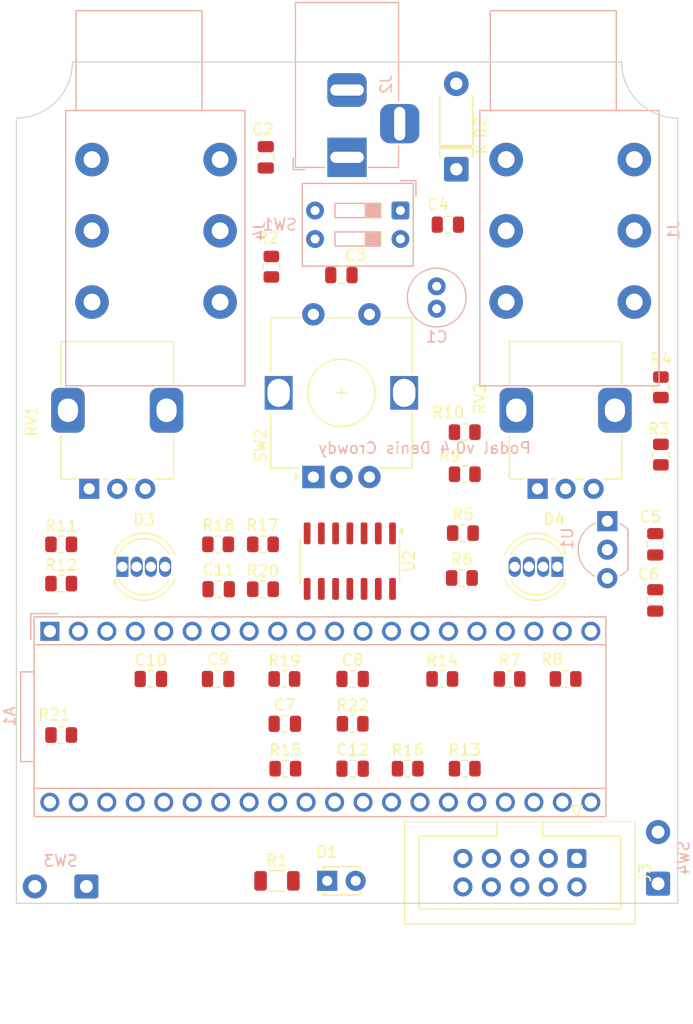
<source format=kicad_pcb>
(kicad_pcb (version 20241229) (generator "pcbnew") (generator_version "9.0")
  (title_block (date "2025-06-09") (rev "0.4"))
  (layers (0 "F.Cu" signal) (2 "B.Cu" signal) (13 "F.Paste" user) (15 "B.Paste" user) (5 "F.SilkS" user "F.Silkscreen") (7 "B.SilkS" user "B.Silkscreen") (1 "F.Mask" user) (3 "B.Mask" user) (25 "Edge.Cuts" user))
  (net 0 "")
  (net 14 "/ENC_CLICK")
  (net 16 "/Left in")
  (net 18 "/Left out")
  (net 19 "/Right out")
  (net 20 "GND")
  (net 21 "/3v3")
  (net 22 "Net-(A1-ADC_0)")
  (net 24 "/LED_2_R")
  (net 25 "/LED_1_B")
  (net 26 "/LED_1_G")
  (net 27 "/LED_1_R")
  (net 28 "Net-(A1-ADC_6)")
  (net 30 "/LED_2_B")
  (net 31 "/LED_2_G")
  (net 32 "/ENC_B")
  (net 33 "/ENC_A")
  (net 34 "Net-(A1-SAI2_FS)")
  (net 35 "Net-(A1-SAI2_SCK)")
  (net 39 "/VCC")
  (net 40 "+5V")
  (net 41 "Net-(D1-A)")
  (net 42 "Net-(D3-RK)")
  (net 43 "Net-(D3-GK)")
  (net 44 "Net-(D3-BK)")
  (net 45 "Net-(D4-RK)")
  (net 46 "Net-(D4-GK)")
  (net 47 "Net-(D4-BK)")
  (net 48 "Net-(C10-Pad1)")
  (net 49 "Net-(D2-A)")
  (net 50 "/fsw3")
  (net 51 "/fsw1")
  (net 52 "/fsw2")
  (net 53 "/fsw7")
  (net 54 "/fsw6")
  (net 55 "/fsw4")
  (net 57 "/fsw8")
  (net 58 "/fsw9")
  (net 59 "Net-(U2A-+)")
  (net 60 "Net-(C3-Pad1)")
  (net 61 "Net-(C7-Pad2)")
  (net 62 "Net-(U2B-+)")
  (net 63 "Net-(U2C-+)")
  (net 64 "Net-(C11-Pad1)")
  (net 65 "Net-(C12-Pad1)")
  (net 68 "Net-(U2D-+)")
  (net 69 "Net-(U2B--)")
  (net 70 "Net-(U2C--)")
  (net 71 "Net-(U2D--)")
  (footprint "Diode_THT:D_DO-41_SOD81_P7.62mm_Horizontal" (layer "F.Cu") (at 137.25 44.56 90)
    (property "Reference" "D2" (at 3.714955 2.160433 90) (layer "F.SilkS"))
    (property "Value" "1N5819")
    (fp_text user "K" (at 1.81 2.25 90) (layer "F.SilkS"))
    (pad "1" thru_hole roundrect (at 0 0 90) (size 2.2 2.2) (drill 1.1) (layers "*.Cu" "*.Mask") (roundrect_rratio 0.113636) (net 39 "/VCC"))
    (pad "2" thru_hole circle (at 7.62 0 90) (size 2.2 2.2) (drill 1.1) (layers "*.Cu" "*.Mask") (net 49 "Net-(D2-A)"))
  )
  (footprint "LED_THT:LED_D5.0mm-4_RGB" (layer "F.Cu") (at 107.46 80)
    (property "Reference" "D3" (at 1.933813 -4.202707 0) (layer "F.SilkS"))
    (property "Value" "LED_RAGB")
    (pad "1" thru_hole rect (at 0 0) (size 1.07 1.8) (drill 0.9) (layers "*.Cu" "*.Mask") (net 42 "Net-(D3-RK)"))
    (pad "2" thru_hole oval (at 1.27 0) (size 1.07 1.8) (drill 0.9) (layers "*.Cu" "*.Mask") (net 21 "/3v3"))
    (pad "3" thru_hole oval (at 2.54 0) (size 1.07 1.8) (drill 0.9) (layers "*.Cu" "*.Mask") (net 43 "Net-(D3-GK)"))
    (pad "4" thru_hole oval (at 3.81 0) (size 1.07 1.8) (drill 0.9) (layers "*.Cu" "*.Mask") (net 44 "Net-(D3-BK)"))
  )
  (footprint "Resistor_SMD:R_0805_2012Metric" (layer "F.Cu") (at 121.9125 90)
    (property "Reference" "R19" (at 0 -1.65 0) (layer "F.SilkS"))
    (property "Value" "100R")
    (pad "1" smd roundrect (at -0.9125 0) (size 1.025 1.4) (layers "F.Cu" "F.Mask" "F.Paste") (roundrect_rratio 0.243902) (net 69 "Net-(U2B--)"))
    (pad "2" smd roundrect (at 0.9125 0) (size 1.025 1.4) (layers "F.Cu" "F.Mask" "F.Paste") (roundrect_rratio 0.243902) (net 65 "Net-(C12-Pad1)"))
  )
  (footprint "Resistor_SMD:R_0805_2012Metric" (layer "F.Cu") (at 122 98)
    (property "Reference" "R15" (at 0 -1.65 0) (layer "F.SilkS"))
    (property "Value" "1k")
    (pad "1" smd roundrect (at -0.9125 0) (size 1.025 1.4) (layers "F.Cu" "F.Mask" "F.Paste") (roundrect_rratio 0.243902) (net 31 "/LED_2_G"))
    (pad "2" smd roundrect (at 0.9125 0) (size 1.025 1.4) (layers "F.Cu" "F.Mask" "F.Paste") (roundrect_rratio 0.243902) (net 46 "Net-(D4-GK)"))
  )
  (footprint "Capacitor_SMD:C_0805_2012Metric" (layer "F.Cu") (at 116.05 82 180)
    (property "Reference" "C11" (at 0 1.747206 180) (layer "F.SilkS"))
    (property "Value" "1u")
    (pad "1" smd roundrect (at -0.95 0 180) (size 1 1.45) (layers "F.Cu" "F.Mask" "F.Paste") (net 64 "Net-(C11-Pad1)"))
    (pad "2" smd roundrect (at 0.95 0 180) (size 1 1.45) (layers "F.Cu" "F.Mask" "F.Paste") (net 50 "/fsw3"))
  )
  (footprint "Resistor_SMD:R_0805_2012Metric" (layer "F.Cu") (at 155.5 64 90)
    (property "Reference" "R4" (at 2.487938 0 0) (layer "F.SilkS"))
    (property "Value" "1M")
    (pad "1" smd roundrect (at -0.9125 0 90) (size 1.025 1.4) (layers "F.Cu" "F.Mask" "F.Paste") (roundrect_rratio 0.243902) (net 59 "Net-(U2A-+)"))
    (pad "2" smd roundrect (at 0.9125 0 90) (size 1.025 1.4) (layers "F.Cu" "F.Mask" "F.Paste") (roundrect_rratio 0.243902) (net 20 "GND"))
  )
  (footprint "Capacitor_SMD:C_0805_2012Metric" (layer "F.Cu") (at 110 90)
    (property "Reference" "C10" (at 0 -1.68 0) (layer "F.SilkS"))
    (property "Value" "1u")
    (pad "1" smd roundrect (at -0.95 0) (size 1 1.45) (layers "F.Cu" "F.Mask" "F.Paste") (net 48 "Net-(C10-Pad1)"))
    (pad "2" smd roundrect (at 0.95 0) (size 1 1.45) (layers "F.Cu" "F.Mask" "F.Paste") (net 63 "Net-(U2C-+)"))
  )
  (footprint "Capacitor_SMD:C_0805_2012Metric" (layer "F.Cu") (at 128 98)
    (property "Reference" "C12" (at 0 -1.68 0) (layer "F.SilkS"))
    (property "Value" "1u")
    (pad "1" smd roundrect (at -0.95 0) (size 1 1.45) (layers "F.Cu" "F.Mask" "F.Paste") (net 65 "Net-(C12-Pad1)"))
    (pad "2" smd roundrect (at 0.95 0) (size 1 1.45) (layers "F.Cu" "F.Mask" "F.Paste") (net 51 "/fsw1"))
  )
  (footprint "Resistor_SMD:R_0805_2012Metric" (layer "F.Cu") (at 128 94)
    (property "Reference" "R22" (at 0 -1.65 0) (layer "F.SilkS"))
    (property "Value" "100K")
    (pad "1" smd roundrect (at -0.9125 0) (size 1.025 1.4) (layers "F.Cu" "F.Mask" "F.Paste") (roundrect_rratio 0.243902) (net 51 "/fsw1"))
    (pad "2" smd roundrect (at 0.9125 0) (size 1.025 1.4) (layers "F.Cu" "F.Mask" "F.Paste") (roundrect_rratio 0.243902) (net 20 "GND"))
  )
  (footprint "Resistor_SMD:R_0805_2012Metric" (layer "F.Cu") (at 137.8375 77 180)
    (property "Reference" "R5" (at 0 1.659489 180) (layer "F.SilkS"))
    (property "Value" "1M")
    (pad "1" smd roundrect (at -0.9125 0 180) (size 1.025 1.4) (layers "F.Cu" "F.Mask" "F.Paste") (roundrect_rratio 0.243902) (net 40 "+5V"))
    (pad "2" smd roundrect (at 0.9125 0 180) (size 1.025 1.4) (layers "F.Cu" "F.Mask" "F.Paste") (roundrect_rratio 0.243902) (net 68 "Net-(U2D-+)"))
  )
  (footprint "LED_THT:LED_D1.8mm_W3.3mm_H2.4mm" (layer "F.Cu") (at 125.73 108)
    (property "Reference" "D1" (at -0.045795 -2.571741 0) (layer "F.SilkS"))
    (property "Value" "LED")
    (pad "1" thru_hole rect (at 0 0) (size 1.8 1.8) (drill 0.9) (layers "*.Cu" "*.Mask") (net 52 "/fsw2"))
    (pad "2" thru_hole circle (at 2.54 0) (size 1.8 1.8) (drill 0.9) (layers "*.Cu" "*.Mask") (net 41 "Net-(D1-A)"))
  )
  (footprint "Resistor_SMD:R_0805_2012Metric" (layer "F.Cu") (at 102 78)
    (property "Reference" "R11" (at 0 -1.65 0) (layer "F.SilkS"))
    (property "Value" "1k")
    (pad "1" smd roundrect (at -0.9125 0) (size 1.025 1.4) (layers "F.Cu" "F.Mask" "F.Paste") (roundrect_rratio 0.243902) (net 27 "/LED_1_R"))
    (pad "2" smd roundrect (at 0.9125 0) (size 1.025 1.4) (layers "F.Cu" "F.Mask" "F.Paste") (roundrect_rratio 0.243902) (net 42 "Net-(D3-RK)"))
  )
  (footprint "Capacitor_SMD:C_0805_2012Metric" (layer "F.Cu") (at 120.25 43.5 -90)
    (property "Reference" "C2" (at -2.5 0.25 180) (layer "F.SilkS"))
    (property "Value" "100n")
    (pad "1" smd roundrect (at -0.95 0 270) (size 1 1.45) (layers "F.Cu" "F.Mask" "F.Paste") (net 20 "GND"))
    (pad "2" smd roundrect (at 0.95 0 270) (size 1 1.45) (layers "F.Cu" "F.Mask" "F.Paste") (net 39 "/VCC"))
  )
  (footprint "LED_THT:LED_D5.0mm-4_RGB" (layer "F.Cu") (at 146.27 80 180)
    (property "Reference" "D4" (at 0.27 4.25 0) (layer "F.SilkS"))
    (property "Value" "LED_RAGB")
    (pad "1" thru_hole rect (at 0 0 180) (size 1.07 1.8) (drill 0.9) (layers "*.Cu" "*.Mask") (net 45 "Net-(D4-RK)"))
    (pad "2" thru_hole oval (at 1.27 0 180) (size 1.07 1.8) (drill 0.9) (layers "*.Cu" "*.Mask") (net 21 "/3v3"))
    (pad "3" thru_hole oval (at 2.54 0 180) (size 1.07 1.8) (drill 0.9) (layers "*.Cu" "*.Mask") (net 46 "Net-(D4-GK)"))
    (pad "4" thru_hole oval (at 3.81 0 180) (size 1.07 1.8) (drill 0.9) (layers "*.Cu" "*.Mask") (net 47 "Net-(D4-BK)"))
  )
  (footprint "Resistor_SMD:R_0805_2012Metric" (layer "F.Cu") (at 147 90 180)
    (property "Reference" "R8" (at 1.222138 1.727457 0) (layer "F.SilkS"))
    (property "Value" "3.3K")
    (pad "1" smd roundrect (at -0.9125 0 180) (size 1.025 1.4) (layers "F.Cu" "F.Mask" "F.Paste") (roundrect_rratio 0.243902) (net 19 "/Right out"))
    (pad "2" smd roundrect (at 0.9125 0 180) (size 1.025 1.4) (layers "F.Cu" "F.Mask" "F.Paste") (roundrect_rratio 0.243902) (net 48 "Net-(C10-Pad1)"))
  )
  (footprint "Resistor_SMD:R_0805_2012Metric" (layer "F.Cu") (at 138 71.75 180)
    (property "Reference" "R9" (at 1.321291 1.65176 0) (layer "F.SilkS"))
    (property "Value" "1M")
    (pad "1" smd roundrect (at -0.9125 0 180) (size 1.025 1.4) (layers "F.Cu" "F.Mask" "F.Paste") (roundrect_rratio 0.243902) (net 40 "+5V"))
    (pad "2" smd roundrect (at 0.9125 0 180) (size 1.025 1.4) (layers "F.Cu" "F.Mask" "F.Paste") (roundrect_rratio 0.243902) (net 62 "Net-(U2B-+)"))
  )
  (footprint "Resistor_SMD:R_0805_2012Metric" (layer "F.Cu") (at 132.9125 98)
    (property "Reference" "R16" (at 0 -1.65 0) (layer "F.SilkS"))
    (property "Value" "1k")
    (pad "1" smd roundrect (at -0.9125 0) (size 1.025 1.4) (layers "F.Cu" "F.Mask" "F.Paste") (roundrect_rratio 0.243902) (net 30 "/LED_2_B"))
    (pad "2" smd roundrect (at 0.9125 0) (size 1.025 1.4) (layers "F.Cu" "F.Mask" "F.Paste") (roundrect_rratio 0.243902) (net 47 "Net-(D4-BK)"))
  )
  (footprint "Project:Potentiometer_Alps_RK09K_Single_Vertical" (layer "F.Cu") (at 144.5 73.05 90)
    (property "Reference" "RV2" (at 8.05 -5.15 90) (layer "F.SilkS"))
    (property "Value" "Knob 2")
    (pad "1" thru_hole rect (at 0 0 90) (size 1.8 1.8) (drill 1) (layers "*.Cu" "*.Mask") (net 20 "GND"))
    (pad "2" thru_hole circle (at 0 2.5 90) (size 1.8 1.8) (drill 1) (layers "*.Cu" "*.Mask") (net 22 "Net-(A1-ADC_0)"))
    (pad "3" thru_hole circle (at 0 5 90) (size 1.8 1.8) (drill 1) (layers "*.Cu" "*.Mask") (net 21 "/3v3"))
    (pad "MP" thru_hole roundrect (at 7 -1.9 90) (size 4 3) (drill oval 2.1 1.8) (layers "*.Cu" "*.Mask"))
    (pad "MP" thru_hole roundrect (at 7 6.9 90) (size 4 3) (drill oval 2.1 1.8) (layers "*.Cu" "*.Mask"))
  )
  (footprint "Resistor_SMD:R_0805_2012Metric" (layer "F.Cu") (at 137.75 81)
    (property "Reference" "R6" (at 0 -1.65 0) (layer "F.SilkS"))
    (property "Value" "1M")
    (pad "1" smd roundrect (at -0.9125 0) (size 1.025 1.4) (layers "F.Cu" "F.Mask" "F.Paste") (roundrect_rratio 0.243902) (net 68 "Net-(U2D-+)"))
    (pad "2" smd roundrect (at 0.9125 0) (size 1.025 1.4) (layers "F.Cu" "F.Mask" "F.Paste") (roundrect_rratio 0.243902) (net 20 "GND"))
  )
  (footprint "Resistor_SMD:R_0805_2012Metric" (layer "F.Cu") (at 155.5 70 -90)
    (property "Reference" "R3" (at -2.279112 0.183949 0) (layer "F.SilkS"))
    (property "Value" "1M")
    (pad "1" smd roundrect (at -0.9125 0 270) (size 1.025 1.4) (layers "F.Cu" "F.Mask" "F.Paste") (roundrect_rratio 0.243902) (net 40 "+5V"))
    (pad "2" smd roundrect (at 0.9125 0 270) (size 1.025 1.4) (layers "F.Cu" "F.Mask" "F.Paste") (roundrect_rratio 0.243902) (net 59 "Net-(U2A-+)"))
  )
  (footprint "Capacitor_SMD:C_0805_2012Metric" (layer "F.Cu") (at 121.95 94)
    (property "Reference" "C7" (at 0 -1.68 0) (layer "F.SilkS"))
    (property "Value" "2.2nF")
    (pad "1" smd roundrect (at -0.95 0) (size 1 1.45) (layers "F.Cu" "F.Mask" "F.Paste") (net 20 "GND"))
    (pad "2" smd roundrect (at 0.95 0) (size 1 1.45) (layers "F.Cu" "F.Mask" "F.Paste") (net 61 "Net-(C7-Pad2)"))
  )
  (footprint "Resistor_SMD:R_0805_2012Metric" (layer "F.Cu") (at 138 68)
    (property "Reference" "R10" (at -1.486626 -1.757202 0) (layer "F.SilkS"))
    (property "Value" "1M")
    (pad "1" smd roundrect (at -0.9125 0) (size 1.025 1.4) (layers "F.Cu" "F.Mask" "F.Paste") (roundrect_rratio 0.243902) (net 62 "Net-(U2B-+)"))
    (pad "2" smd roundrect (at 0.9125 0) (size 1.025 1.4) (layers "F.Cu" "F.Mask" "F.Paste") (roundrect_rratio 0.243902) (net 20 "GND"))
  )
  (footprint "Project:Potentiometer_Alps_RK09K_Single_Vertical" (layer "F.Cu") (at 104.5 73.05 90)
    (property "Reference" "RV1" (at 6.05 -5.15 90) (layer "F.SilkS"))
    (property "Value" "Knob 1")
    (pad "1" thru_hole rect (at 0 0 90) (size 1.8 1.8) (drill 1) (layers "*.Cu" "*.Mask") (net 20 "GND"))
    (pad "2" thru_hole circle (at 0 2.5 90) (size 1.8 1.8) (drill 1) (layers "*.Cu" "*.Mask") (net 28 "Net-(A1-ADC_6)"))
    (pad "3" thru_hole circle (at 0 5 90) (size 1.8 1.8) (drill 1) (layers "*.Cu" "*.Mask") (net 21 "/3v3"))
    (pad "MP" thru_hole roundrect (at 7 -1.9 90) (size 4 3) (drill oval 2.1 1.8) (layers "*.Cu" "*.Mask"))
    (pad "MP" thru_hole roundrect (at 7 6.9 90) (size 4 3) (drill oval 2.1 1.8) (layers "*.Cu" "*.Mask"))
  )
  (footprint "Resistor_SMD:R_0805_2012Metric" (layer "F.Cu") (at 136 90)
    (property "Reference" "R14" (at 0 -1.65 0) (layer "F.SilkS"))
    (property "Value" "1k")
    (pad "1" smd roundrect (at -0.9125 0) (size 1.025 1.4) (layers "F.Cu" "F.Mask" "F.Paste") (roundrect_rratio 0.243902) (net 24 "/LED_2_R"))
    (pad "2" smd roundrect (at 0.9125 0) (size 1.025 1.4) (layers "F.Cu" "F.Mask" "F.Paste") (roundrect_rratio 0.243902) (net 45 "Net-(D4-RK)"))
  )
  (footprint "Resistor_SMD:R_0805_2012Metric" (layer "F.Cu") (at 102 81.5)
    (property "Reference" "R12" (at 0 -1.65 0) (layer "F.SilkS"))
    (property "Value" "1k")
    (pad "1" smd roundrect (at -0.9125 0) (size 1.025 1.4) (layers "F.Cu" "F.Mask" "F.Paste") (roundrect_rratio 0.243902) (net 26 "/LED_1_G"))
    (pad "2" smd roundrect (at 0.9125 0) (size 1.025 1.4) (layers "F.Cu" "F.Mask" "F.Paste") (roundrect_rratio 0.243902) (net 43 "Net-(D3-GK)"))
  )
  (footprint "Resistor_SMD:R_1206_3216Metric" (layer "F.Cu") (at 121.25 108)
    (property "Reference" "R1" (at 0 -1.83 0) (layer "F.SilkS"))
    (property "Value" "1k")
    (pad "1" smd roundrect (at -1.4625 0) (size 1.125 1.75) (layers "F.Cu" "F.Mask" "F.Paste") (roundrect_rratio 0.222222) (net 49 "Net-(D2-A)"))
    (pad "2" smd roundrect (at 1.4625 0) (size 1.125 1.75) (layers "F.Cu" "F.Mask" "F.Paste") (roundrect_rratio 0.222222) (net 41 "Net-(D1-A)"))
  )
  (footprint "Capacitor_SMD:C_0805_2012Metric" (layer "F.Cu") (at 155 83 -90)
    (property "Reference" "C6" (at -2.322803 0.605627 180) (layer "F.SilkS"))
    (property "Value" "100n")
    (pad "1" smd roundrect (at -0.95 0 270) (size 1 1.45) (layers "F.Cu" "F.Mask" "F.Paste") (net 20 "GND"))
    (pad "2" smd roundrect (at 0.95 0 270) (size 1 1.45) (layers "F.Cu" "F.Mask" "F.Paste") (net 40 "+5V"))
  )
  (footprint "Capacitor_SMD:C_0805_2012Metric" (layer "F.Cu") (at 136.5 49.5 180)
    (property "Reference" "C4" (at 0.85334 1.785787 0) (layer "F.SilkS"))
    (property "Value" "100n")
    (pad "1" smd roundrect (at -0.95 0 180) (size 1 1.45) (layers "F.Cu" "F.Mask" "F.Paste") (net 20 "GND"))
    (pad "2" smd roundrect (at 0.95 0 180) (size 1 1.45) (layers "F.Cu" "F.Mask" "F.Paste") (net 39 "/VCC"))
  )
  (footprint "Project:RotaryEncoder_Alps_EC12E-Switch_Vertical_H20mm" (layer "F.Cu") (at 124.5 72 90)
    (property "Reference" "SW2" (at 2.8 -4.7 90) (layer "F.SilkS"))
    (property "Value" "RotaryEncoder_Switch")
    (pad "A" thru_hole rect (at 0 0 90) (size 2 2) (drill 1) (layers "*.Cu" "*.Mask") (net 33 "/ENC_A"))
    (pad "B" thru_hole circle (at 0 5 90) (size 2 2) (drill 1) (layers "*.Cu" "*.Mask") (net 32 "/ENC_B"))
    (pad "C" thru_hole circle (at 0 2.5 90) (size 2 2) (drill 1) (layers "*.Cu" "*.Mask") (net 20 "GND"))
    (pad "MP" thru_hole rect (at 7.5 -3.1 90) (size 3 2.5) (drill oval 2.5 2) (layers "*.Cu" "*.Mask"))
    (pad "MP" thru_hole rect (at 7.5 8.1 90) (size 3 2.5) (drill oval 2.5 2) (layers "*.Cu" "*.Mask"))
    (pad "S1" thru_hole circle (at 14.5 0 90) (size 2 2) (drill 1) (layers "*.Cu" "*.Mask") (net 20 "GND"))
    (pad "S2" thru_hole circle (at 14.5 5 90) (size 2 2) (drill 1) (layers "*.Cu" "*.Mask") (net 14 "/ENC_CLICK"))
  )
  (footprint "Connector_IDC:IDC-Header_2x05_P2.54mm_Vertical" (layer "F.Cu") (at 148 106 -90)
    (property "Reference" "J3" (at 1.27 -6.1 90) (layer "F.SilkS"))
    (property "Value" "Conn_02x05_Odd_Even_MountingPin")
    (pad "1" thru_hole roundrect (at 0 0 270) (size 1.7 1.7) (drill 1) (layers "*.Cu" "*.Mask") (roundrect_rratio 0.147059) (net 51 "/fsw1"))
    (pad "2" thru_hole circle (at 2.54 0 270) (size 1.7 1.7) (drill 1) (layers "*.Cu" "*.Mask") (net 52 "/fsw2"))
    (pad "3" thru_hole circle (at 0 2.54 270) (size 1.7 1.7) (drill 1) (layers "*.Cu" "*.Mask") (net 50 "/fsw3"))
    (pad "4" thru_hole circle (at 2.54 2.54 270) (size 1.7 1.7) (drill 1) (layers "*.Cu" "*.Mask") (net 55 "/fsw4"))
    (pad "5" thru_hole circle (at 0 5.08 270) (size 1.7 1.7) (drill 1) (layers "*.Cu" "*.Mask") (net 20 "GND"))
    (pad "6" thru_hole circle (at 2.54 5.08 270) (size 1.7 1.7) (drill 1) (layers "*.Cu" "*.Mask") (net 54 "/fsw6"))
    (pad "7" thru_hole circle (at 0 7.62 270) (size 1.7 1.7) (drill 1) (layers "*.Cu" "*.Mask") (net 53 "/fsw7"))
    (pad "8" thru_hole circle (at 2.54 7.62 270) (size 1.7 1.7) (drill 1) (layers "*.Cu" "*.Mask") (net 57 "/fsw8"))
    (pad "9" thru_hole circle (at 0 10.16 270) (size 1.7 1.7) (drill 1) (layers "*.Cu" "*.Mask") (net 58 "/fsw9"))
    (pad "10" thru_hole circle (at 2.54 10.16 270) (size 1.7 1.7) (drill 1) (layers "*.Cu" "*.Mask"))
  )
  (footprint "Capacitor_SMD:C_0805_2012Metric" (layer "F.Cu") (at 116 90 180)
    (property "Reference" "C9" (at 0 1.755051 0) (layer "F.SilkS"))
    (property "Value" "2.2nF")
    (pad "1" smd roundrect (at -0.95 0 180) (size 1 1.45) (layers "F.Cu" "F.Mask" "F.Paste") (net 20 "GND"))
    (pad "2" smd roundrect (at 0.95 0 180) (size 1 1.45) (layers "F.Cu" "F.Mask" "F.Paste") (net 48 "Net-(C10-Pad1)"))
  )
  (footprint "Capacitor_SMD:C_0805_2012Metric" (layer "F.Cu") (at 128 90)
    (property "Reference" "C8" (at 0 -1.68 0) (layer "F.SilkS"))
    (property "Value" "1u")
    (pad "1" smd roundrect (at -0.95 0) (size 1 1.45) (layers "F.Cu" "F.Mask" "F.Paste") (net 61 "Net-(C7-Pad2)"))
    (pad "2" smd roundrect (at 0.95 0) (size 1 1.45) (layers "F.Cu" "F.Mask" "F.Paste") (net 62 "Net-(U2B-+)"))
  )
  (footprint "Resistor_SMD:R_0805_2012Metric" (layer "F.Cu") (at 120.75 53.25 -90)
    (property "Reference" "R2" (at -2.570579 0.305913 0) (layer "F.SilkS"))
    (property "Value" "1M")
    (pad "1" smd roundrect (at -0.9125 0 270) (size 1.025 1.4) (layers "F.Cu" "F.Mask" "F.Paste") (roundrect_rratio 0.243902) (net 60 "Net-(C3-Pad1)"))
    (pad "2" smd roundrect (at 0.9125 0 270) (size 1.025 1.4) (layers "F.Cu" "F.Mask" "F.Paste") (roundrect_rratio 0.243902) (net 20 "GND"))
  )
  (footprint "Resistor_SMD:R_0805_2012Metric" (layer "F.Cu") (at 138 98 180)
    (property "Reference" "R13" (at 0 1.678791 180) (layer "F.SilkS"))
    (property "Value" "1k")
    (pad "1" smd roundrect (at -0.9125 0 180) (size 1.025 1.4) (layers "F.Cu" "F.Mask" "F.Paste") (roundrect_rratio 0.243902) (net 25 "/LED_1_B"))
    (pad "2" smd roundrect (at 0.9125 0 180) (size 1.025 1.4) (layers "F.Cu" "F.Mask" "F.Paste") (roundrect_rratio 0.243902) (net 44 "Net-(D3-BK)"))
  )
  (footprint "Resistor_SMD:R_0805_2012Metric" (layer "F.Cu") (at 120 78 180)
    (property "Reference" "R17" (at 0.052022 1.697118 180) (layer "F.SilkS"))
    (property "Value" "1M")
    (pad "1" smd roundrect (at -0.9125 0 180) (size 1.025 1.4) (layers "F.Cu" "F.Mask" "F.Paste") (roundrect_rratio 0.243902) (net 40 "+5V"))
    (pad "2" smd roundrect (at 0.9125 0 180) (size 1.025 1.4) (layers "F.Cu" "F.Mask" "F.Paste") (roundrect_rratio 0.243902) (net 63 "Net-(U2C-+)"))
  )
  (footprint "Resistor_SMD:R_0805_2012Metric" (layer "F.Cu") (at 102 95 180)
    (property "Reference" "R21" (at 0.598019 1.808735 0) (layer "F.SilkS"))
    (property "Value" "100K")
    (pad "1" smd roundrect (at -0.9125 0 180) (size 1.025 1.4) (layers "F.Cu" "F.Mask" "F.Paste") (roundrect_rratio 0.243902) (net 50 "/fsw3"))
    (pad "2" smd roundrect (at 0.9125 0 180) (size 1.025 1.4) (layers "F.Cu" "F.Mask" "F.Paste") (roundrect_rratio 0.243902) (net 20 "GND"))
  )
  (footprint "Resistor_SMD:R_0805_2012Metric" (layer "F.Cu") (at 120 82 180)
    (property "Reference" "R20" (at 0 1.652408 0) (layer "F.SilkS"))
    (property "Value" "100R")
    (pad "1" smd roundrect (at -0.9125 0 180) (size 1.025 1.4) (layers "F.Cu" "F.Mask" "F.Paste") (roundrect_rratio 0.243902) (net 70 "Net-(U2C--)"))
    (pad "2" smd roundrect (at 0.9125 0 180) (size 1.025 1.4) (layers "F.Cu" "F.Mask" "F.Paste") (roundrect_rratio 0.243902) (net 64 "Net-(C11-Pad1)"))
  )
  (footprint "Resistor_SMD:R_0805_2012Metric" (layer "F.Cu") (at 142 90)
    (property "Reference" "R7" (at 0 -1.65 0) (layer "F.SilkS"))
    (property "Value" "3.3K")
    (pad "1" smd roundrect (at -0.9125 0) (size 1.025 1.4) (layers "F.Cu" "F.Mask" "F.Paste") (roundrect_rratio 0.243902) (net 18 "/Left out"))
    (pad "2" smd roundrect (at 0.9125 0) (size 1.025 1.4) (layers "F.Cu" "F.Mask" "F.Paste") (roundrect_rratio 0.243902) (net 61 "Net-(C7-Pad2)"))
  )
  (footprint "Capacitor_SMD:C_0805_2012Metric" (layer "F.Cu") (at 155 78 90)
    (property "Reference" "C5" (at 2.454098 -0.438302 180) (layer "F.SilkS"))
    (property "Value" "100n")
    (pad "1" smd roundrect (at -0.95 0 90) (size 1 1.45) (layers "F.Cu" "F.Mask" "F.Paste") (net 20 "GND"))
    (pad "2" smd roundrect (at 0.95 0 90) (size 1 1.45) (layers "F.Cu" "F.Mask" "F.Paste") (net 40 "+5V"))
  )
  (footprint "Package_SO:SOIC-14_3.9x8.7mm_P1.27mm" (layer "F.Cu") (at 127.75 79.5 -90)
    (property "Reference" "U2" (at 0 -5.28 270) (layer "F.SilkS"))
    (property "Value" "TL074")
    (pad "1" smd roundrect (at -2.475 -3.81 270) (size 1.95 0.6) (layers "F.Cu" "F.Mask" "F.Paste") (net 16 "/Left in"))
    (pad "2" smd roundrect (at -2.475 -2.54 270) (size 1.95 0.6) (layers "F.Cu" "F.Mask" "F.Paste") (net 16 "/Left in"))
    (pad "3" smd roundrect (at -2.475 -1.27 270) (size 1.95 0.6) (layers "F.Cu" "F.Mask" "F.Paste") (net 59 "Net-(U2A-+)"))
    (pad "4" smd roundrect (at -2.475 0 270) (size 1.95 0.6) (layers "F.Cu" "F.Mask" "F.Paste") (net 40 "+5V"))
    (pad "5" smd roundrect (at -2.475 1.27 270) (size 1.95 0.6) (layers "F.Cu" "F.Mask" "F.Paste") (net 62 "Net-(U2B-+)"))
    (pad "6" smd roundrect (at -2.475 2.54 270) (size 1.95 0.6) (layers "F.Cu" "F.Mask" "F.Paste") (net 69 "Net-(U2B--)"))
    (pad "7" smd roundrect (at -2.475 3.81 270) (size 1.95 0.6) (layers "F.Cu" "F.Mask" "F.Paste") (net 69 "Net-(U2B--)"))
    (pad "8" smd roundrect (at 2.475 3.81 270) (size 1.95 0.6) (layers "F.Cu" "F.Mask" "F.Paste") (net 70 "Net-(U2C--)"))
    (pad "9" smd roundrect (at 2.475 2.54 270) (size 1.95 0.6) (layers "F.Cu" "F.Mask" "F.Paste") (net 70 "Net-(U2C--)"))
    (pad "10" smd roundrect (at 2.475 1.27 270) (size 1.95 0.6) (layers "F.Cu" "F.Mask" "F.Paste") (net 63 "Net-(U2C-+)"))
    (pad "11" smd roundrect (at 2.475 0 270) (size 1.95 0.6) (layers "F.Cu" "F.Mask" "F.Paste") (net 20 "GND"))
    (pad "12" smd roundrect (at 2.475 -1.27 270) (size 1.95 0.6) (layers "F.Cu" "F.Mask" "F.Paste") (net 68 "Net-(U2D-+)"))
    (pad "13" smd roundrect (at 2.475 -2.54 270) (size 1.95 0.6) (layers "F.Cu" "F.Mask" "F.Paste") (net 71 "Net-(U2D--)"))
    (pad "14" smd roundrect (at 2.475 -3.81 270) (size 1.95 0.6) (layers "F.Cu" "F.Mask" "F.Paste") (net 71 "Net-(U2D--)"))
  )
  (footprint "Capacitor_SMD:C_0805_2012Metric" (layer "F.Cu") (at 127 54 180)
    (property "Reference" "C3" (at -1.265981 1.746645 180) (layer "F.SilkS"))
    (property "Value" "1u")
    (pad "1" smd roundrect (at -0.95 0 180) (size 1 1.45) (layers "F.Cu" "F.Mask" "F.Paste") (net 60 "Net-(C3-Pad1)"))
    (pad "2" smd roundrect (at 0.95 0 180) (size 1 1.45) (layers "F.Cu" "F.Mask" "F.Paste") (net 59 "Net-(U2A-+)"))
  )
  (footprint "Resistor_SMD:R_0805_2012Metric" (layer "F.Cu") (at 116 78 180)
    (property "Reference" "R18" (at -0.029666 1.697118 0) (layer "F.SilkS"))
    (property "Value" "1M")
    (pad "1" smd roundrect (at -0.9125 0 180) (size 1.025 1.4) (layers "F.Cu" "F.Mask" "F.Paste") (roundrect_rratio 0.243902) (net 63 "Net-(U2C-+)"))
    (pad "2" smd roundrect (at 0.9125 0 180) (size 1.025 1.4) (layers "F.Cu" "F.Mask" "F.Paste") (roundrect_rratio 0.243902) (net 20 "GND"))
  )
  (footprint "Capacitor_THT:C_Radial_D5.0mm_H11.0mm_P2.00mm" (layer "B.Cu") (at 135.5 55 -90)
    (property "Reference" "C1" (at 4.5 0 180) (layer "B.SilkS") (effects (justify mirror)))
    (property "Value" "100u")
    (pad "1" thru_hole circle (at 0 0 270) (size 1.6 1.6) (drill 0.8) (layers "*.Cu" "*.Mask") (net 39 "/VCC"))
    (pad "2" thru_hole circle (at 2 0 270) (size 1.6 1.6) (drill 0.8) (layers "*.Cu" "*.Mask") (net 20 "GND"))
  )
  (footprint "Library:Jack_6.35mm_Neutrik_NRJ6HF-1-AU_Horizontal" (layer "B.Cu") (at 116.18 56.4 90)
    (property "Reference" "J4" (at 6.35 3.5 270) (layer "B.SilkS") (effects (justify mirror)))
    (property "Value" "Guitar out")
    (pad "" np_thru_hole circle (at 3.15 -2.13 90) (size 3 3) (drill 3) (layers "*.Cu" "*.Mask"))
    (pad "" np_thru_hole circle (at 9.5 -11.43 90) (size 2 2) (drill 2) (layers "*.Cu" "*.Mask"))
    (pad "" np_thru_hole circle (at 9.5 0 90) (size 2 2) (drill 2) (layers "*.Cu" "*.Mask"))
    (pad "G" thru_hole circle (at 12.7 -11.43 90) (size 3 3) (drill 1.5) (layers "*.Cu" "*.Mask"))
    (pad "R" thru_hole circle (at 6.35 0 90) (size 3 3) (drill 1.5) (layers "*.Cu" "*.Mask") (net 54 "/fsw6"))
    (pad "RN" thru_hole circle (at 6.35 -11.43 90) (size 3 3) (drill 1.5) (layers "*.Cu" "*.Mask"))
    (pad "S" thru_hole circle (at 12.7 0 90) (size 3 3) (drill 1.5) (layers "*.Cu" "*.Mask") (net 20 "GND"))
    (pad "T" thru_hole circle (at 0 0 90) (size 3 3) (drill 1.5) (layers "*.Cu" "*.Mask") (net 55 "/fsw4"))
    (pad "TN" thru_hole circle (at 0 -11.43 90) (size 3 3) (drill 1.5) (layers "*.Cu" "*.Mask"))
  )
  (footprint "Library:Electrosmith_Daisy_Seed" (layer "B.Cu") (at 100.99 85.75 -90)
    (property "Reference" "A1" (at 7.62 3.6 90) (layer "B.SilkS") (effects (justify mirror)))
    (property "Value" "Electrosmith_Daisy_Seed_Rev4")
    (pad "1" thru_hole rect (at 0 0 270) (size 1.7 1.7) (drill 1.1) (layers "*.Cu" "*.Mask"))
    (pad "2" thru_hole circle (at 0 -2.54 270) (size 1.7 1.7) (drill 1.1) (layers "*.Cu" "*.Mask"))
    (pad "3" thru_hole circle (at 0 -5.08 270) (size 1.7 1.7) (drill 1.1) (layers "*.Cu" "*.Mask"))
    (pad "4" thru_hole circle (at 0 -7.62 270) (size 1.7 1.7) (drill 1.1) (layers "*.Cu" "*.Mask"))
    (pad "5" thru_hole circle (at 0 -10.16 270) (size 1.7 1.7) (drill 1.1) (layers "*.Cu" "*.Mask"))
    (pad "6" thru_hole circle (at 0 -12.7 270) (size 1.7 1.7) (drill 1.1) (layers "*.Cu" "*.Mask"))
    (pad "7" thru_hole circle (at 0 -15.24 270) (size 1.7 1.7) (drill 1.1) (layers "*.Cu" "*.Mask"))
    (pad "8" thru_hole circle (at 0 -17.78 270) (size 1.7 1.7) (drill 1.1) (layers "*.Cu" "*.Mask"))
    (pad "9" thru_hole circle (at 0 -20.32 270) (size 1.7 1.7) (drill 1.1) (layers "*.Cu" "*.Mask"))
    (pad "10" thru_hole circle (at 0 -22.86 270) (size 1.7 1.7) (drill 1.1) (layers "*.Cu" "*.Mask"))
    (pad "11" thru_hole circle (at 0 -25.4 270) (size 1.7 1.7) (drill 1.1) (layers "*.Cu" "*.Mask"))
    (pad "12" thru_hole circle (at 0 -27.94 270) (size 1.7 1.7) (drill 1.1) (layers "*.Cu" "*.Mask"))
    (pad "13" thru_hole circle (at 0 -30.48 270) (size 1.7 1.7) (drill 1.1) (layers "*.Cu" "*.Mask"))
    (pad "14" thru_hole circle (at 0 -33.02 270) (size 1.7 1.7) (drill 1.1) (layers "*.Cu" "*.Mask") (net 14 "/ENC_CLICK"))
    (pad "15" thru_hole circle (at 0 -35.56 270) (size 1.7 1.7) (drill 1.1) (layers "*.Cu" "*.Mask"))
    (pad "16" thru_hole circle (at 0 -38.1 270) (size 1.7 1.7) (drill 1.1) (layers "*.Cu" "*.Mask") (net 16 "/Left in"))
    (pad "17" thru_hole circle (at 0 -40.64 270) (size 1.7 1.7) (drill 1.1) (layers "*.Cu" "*.Mask"))
    (pad "18" thru_hole circle (at 0 -43.18 270) (size 1.7 1.7) (drill 1.1) (layers "*.Cu" "*.Mask") (net 18 "/Left out"))
    (pad "19" thru_hole circle (at 0 -45.72 270) (size 1.7 1.7) (drill 1.1) (layers "*.Cu" "*.Mask") (net 19 "/Right out"))
    (pad "20" thru_hole circle (at 0 -48.26 270) (size 1.7 1.7) (drill 1.1) (layers "*.Cu" "*.Mask") (net 20 "GND"))
    (pad "21" thru_hole circle (at 15.24 -48.26 270) (size 1.7 1.7) (drill 1.1) (layers "*.Cu" "*.Mask") (net 21 "/3v3"))
    (pad "22" thru_hole circle (at 15.24 -45.72 270) (size 1.7 1.7) (drill 1.1) (layers "*.Cu" "*.Mask") (net 22 "Net-(A1-ADC_0)"))
    (pad "23" thru_hole circle (at 15.24 -43.18 270) (size 1.7 1.7) (drill 1.1) (layers "*.Cu" "*.Mask"))
    (pad "24" thru_hole circle (at 15.24 -40.64 270) (size 1.7 1.7) (drill 1.1) (layers "*.Cu" "*.Mask") (net 24 "/LED_2_R"))
    (pad "25" thru_hole circle (at 15.24 -38.1 270) (size 1.7 1.7) (drill 1.1) (layers "*.Cu" "*.Mask") (net 25 "/LED_1_B"))
    (pad "26" thru_hole circle (at 15.24 -35.56 270) (size 1.7 1.7) (drill 1.1) (layers "*.Cu" "*.Mask") (net 26 "/LED_1_G"))
    (pad "27" thru_hole circle (at 15.24 -33.02 270) (size 1.7 1.7) (drill 1.1) (layers "*.Cu" "*.Mask") (net 27 "/LED_1_R"))
    (pad "28" thru_hole circle (at 15.24 -30.48 270) (size 1.7 1.7) (drill 1.1) (layers "*.Cu" "*.Mask") (net 28 "Net-(A1-ADC_6)"))
    (pad "29" thru_hole circle (at 15.24 -27.94 270) (size 1.7 1.7) (drill 1.1) (layers "*.Cu" "*.Mask"))
    (pad "30" thru_hole circle (at 15.24 -25.4 270) (size 1.7 1.7) (drill 1.1) (layers "*.Cu" "*.Mask") (net 30 "/LED_2_B"))
    (pad "31" thru_hole circle (at 15.24 -22.86 270) (size 1.7 1.7) (drill 1.1) (layers "*.Cu" "*.Mask") (net 31 "/LED_2_G"))
    (pad "32" thru_hole circle (at 15.24 -20.32 270) (size 1.7 1.7) (drill 1.1) (layers "*.Cu" "*.Mask") (net 33 "/ENC_A"))
    (pad "33" thru_hole circle (at 15.24 -17.78 270) (size 1.7 1.7) (drill 1.1) (layers "*.Cu" "*.Mask") (net 32 "/ENC_B"))
    (pad "34" thru_hole circle (at 15.24 -15.24 270) (size 1.7 1.7) (drill 1.1) (layers "*.Cu" "*.Mask") (net 34 "Net-(A1-SAI2_FS)"))
    (pad "35" thru_hole circle (at 15.24 -12.7 270) (size 1.7 1.7) (drill 1.1) (layers "*.Cu" "*.Mask") (net 35 "Net-(A1-SAI2_SCK)"))
    (pad "36" thru_hole circle (at 15.24 -10.16 270) (size 1.7 1.7) (drill 1.1) (layers "*.Cu" "*.Mask"))
    (pad "37" thru_hole circle (at 15.24 -7.62 270) (size 1.7 1.7) (drill 1.1) (layers "*.Cu" "*.Mask"))
    (pad "38" thru_hole circle (at 15.24 -5.08 270) (size 1.7 1.7) (drill 1.1) (layers "*.Cu" "*.Mask"))
    (pad "39" thru_hole circle (at 15.24 -2.54 270) (size 1.7 1.7) (drill 1.1) (layers "*.Cu" "*.Mask") (net 39 "/VCC"))
    (pad "40" thru_hole circle (at 15.24 0 270) (size 1.7 1.7) (drill 1.1) (layers "*.Cu" "*.Mask") (net 20 "GND"))
  )
  (footprint "Connector_Wire:SolderWire-0.5sqmm_1x02_P4.6mm_D0.9mm_OD2.1mm" (layer "B.Cu") (at 104.25 108.5 180)
    (property "Reference" "SW3" (at 2.3 2.28 0) (layer "B.SilkS") (effects (justify mirror)))
    (property "Value" "Switch 1")
    (pad "1" thru_hole roundrect (at 0 0 180) (size 2.15 2.15) (drill 1.15) (layers "*.Cu" "*.Mask") (roundrect_rratio 0.116279) (net 34 "Net-(A1-SAI2_FS)"))
    (pad "2" thru_hole circle (at 4.6 0 180) (size 2.15 2.15) (drill 1.15) (layers "*.Cu" "*.Mask") (net 20 "GND"))
  )
  (footprint "Button_Switch_THT:SW_DIP_SPSTx02_Slide_9.78x7.26mm_W7.62mm_P2.54mm" (layer "B.Cu") (at 132.2675 48.2425 180)
    (property "Reference" "SW1" (at 10.7675 -1.2575 0) (layer "B.SilkS") (effects (justify mirror)))
    (property "Value" "SW_DIP_x02")
    (pad "1" thru_hole roundrect (at 0 0 180) (size 1.6 1.6) (drill 0.8) (layers "*.Cu" "*.Mask") (roundrect_rratio 0.15625) (net 53 "/fsw7"))
    (pad "2" thru_hole circle (at 0 -2.54 180) (size 1.6 1.6) (drill 0.8) (layers "*.Cu" "*.Mask") (net 53 "/fsw7"))
    (pad "3" thru_hole circle (at 7.62 -2.54 180) (size 1.6 1.6) (drill 0.8) (layers "*.Cu" "*.Mask") (net 59 "Net-(U2A-+)"))
    (pad "4" thru_hole circle (at 7.62 0 180) (size 1.6 1.6) (drill 0.8) (layers "*.Cu" "*.Mask") (net 60 "Net-(C3-Pad1)"))
  )
  (footprint "Library:TO-92_Inline_Wide_78L05_dc" (layer "B.Cu") (at 150.7204 75.9401 -90)
    (property "Reference" "U1" (at 1.559869 3.56 270) (layer "B.SilkS") (effects (justify mirror)))
    (property "Value" "L78L05_TO92")
    (pad "1" thru_hole rect (at 0 0 270) (size 1.8 1.8) (drill 1) (layers "*.Cu" "*.Mask") (net 40 "+5V"))
    (pad "2" thru_hole circle (at 2.54 0 270) (size 1.8 1.8) (drill 1) (layers "*.Cu" "*.Mask") (net 20 "GND"))
    (pad "3" thru_hole circle (at 5.08 0 270) (size 1.8 1.8) (drill 1) (layers "*.Cu" "*.Mask") (net 39 "/VCC"))
  )
  (footprint "Connector_BarrelJack:BarrelJack_Horizontal" (layer "B.Cu") (at 127.5 43.5 -90)
    (property "Reference" "J2" (at -6.5 -3.5 90) (layer "B.SilkS") (effects (justify mirror)))
    (property "Value" "Barrel_Jack")
    (pad "1" thru_hole rect (at 0 0 270) (size 3.5 3.5) (drill oval 1 3) (layers "*.Cu" "*.Mask") (net 20 "GND"))
    (pad "2" thru_hole roundrect (at -6 0 270) (size 3 3.5) (drill oval 1 3) (layers "*.Cu" "*.Mask") (net 49 "Net-(D2-A)"))
    (pad "3" thru_hole roundrect (at -3 -4.7 270) (size 3.5 3.5) (drill oval 3 1) (layers "*.Cu" "*.Mask"))
  )
  (footprint "Library:Jack_6.35mm_Neutrik_NRJ6HF-1-AU_Horizontal" (layer "B.Cu") (at 153.13 56.4 90)
    (property "Reference" "J1" (at 6.35 3.5 270) (layer "B.SilkS") (effects (justify mirror)))
    (property "Value" "Guitar in")
    (pad "" np_thru_hole circle (at 3.15 -2.13 90) (size 3 3) (drill 3) (layers "*.Cu" "*.Mask"))
    (pad "" np_thru_hole circle (at 9.5 -11.43 90) (size 2 2) (drill 2) (layers "*.Cu" "*.Mask"))
    (pad "" np_thru_hole circle (at 9.5 0 90) (size 2 2) (drill 2) (layers "*.Cu" "*.Mask"))
    (pad "G" thru_hole circle (at 12.7 -11.43 90) (size 3 3) (drill 1.5) (layers "*.Cu" "*.Mask"))
    (pad "R" thru_hole circle (at 6.35 0 90) (size 3 3) (drill 1.5) (layers "*.Cu" "*.Mask"))
    (pad "RN" thru_hole circle (at 6.35 -11.43 90) (size 3 3) (drill 1.5) (layers "*.Cu" "*.Mask"))
    (pad "S" thru_hole circle (at 12.7 0 90) (size 3 3) (drill 1.5) (layers "*.Cu" "*.Mask") (net 20 "GND"))
    (pad "T" thru_hole circle (at 0 0 90) (size 3 3) (drill 1.5) (layers "*.Cu" "*.Mask") (net 53 "/fsw7"))
    (pad "TN" thru_hole circle (at 0 -11.43 90) (size 3 3) (drill 1.5) (layers "*.Cu" "*.Mask"))
  )
  (footprint "Connector_Wire:SolderWire-0.5sqmm_1x02_P4.6mm_D0.9mm_OD2.1mm" (layer "B.Cu") (at 155.25 108.25 90)
    (property "Reference" "SW4" (at 2.3 2.28 90) (layer "B.SilkS") (effects (justify mirror)))
    (property "Value" "Switch 2")
    (pad "1" thru_hole roundrect (at 0 0 90) (size 2.15 2.15) (drill 1.15) (layers "*.Cu" "*.Mask") (roundrect_rratio 0.116279) (net 35 "Net-(A1-SAI2_SCK)"))
    (pad "2" thru_hole circle (at 4.6 0 90) (size 2.15 2.15) (drill 1.15) (layers "*.Cu" "*.Mask") (net 20 "GND"))
  )
  (gr_line (start 157 40) (end 157 110) (stroke (width 0.1)) (layer "Edge.Cuts"))
  (gr_line (start 103 35) (end 152 35) (stroke (width 0.1)) (layer "Edge.Cuts"))
  (gr_arc (start 157 40) (mid 153.464466 38.535534) (end 152 35) (stroke (width 0.1)) (layer "Edge.Cuts"))
  (gr_arc (start 103 35) (mid 101.535534 38.535534) (end 98 40) (stroke (width 0.1)) (layer "Edge.Cuts"))
  (gr_line (start 98 110) (end 157 110) (stroke (width 0.1)) (layer "Edge.Cuts"))
  (gr_line (start 98 40) (end 98 110) (stroke (width 0.1)) (layer "Edge.Cuts"))
  (gr_text "Podal v0.4 Denis Crowdy" (at 144 70 0) (layer "B.SilkS") (effects (font (size 1 1)) (justify left bottom mirror)))
)
</source>
